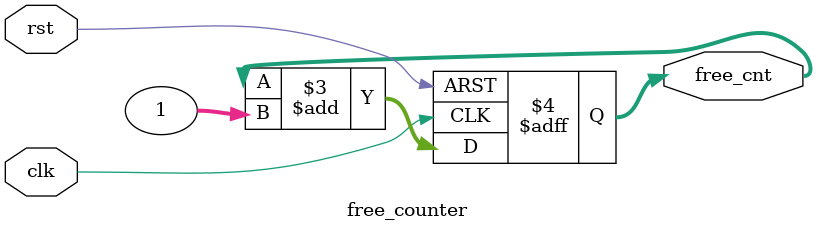
<source format=v>
module free_counter (
    input rst , 
    input clk ,
    output reg [31:0] free_cnt
);

    always @(posedge clk or negedge rst) begin
        if (!rst) begin
            free_cnt <= 32'd0;
        end else begin
            free_cnt <= free_cnt + 32'd1;
        end 
    end
endmodule
</source>
